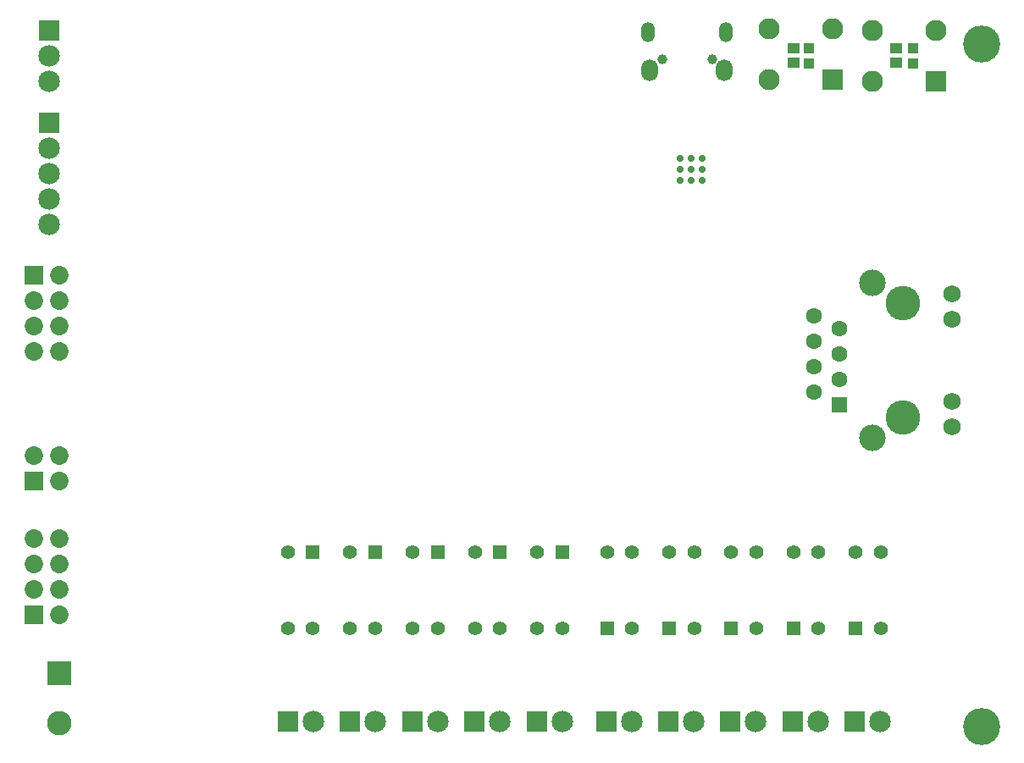
<source format=gbs>
G04*
G04 #@! TF.GenerationSoftware,Altium Limited,Altium Designer,22.11.1 (43)*
G04*
G04 Layer_Color=16711935*
%FSLAX44Y44*%
%MOMM*%
G71*
G04*
G04 #@! TF.SameCoordinates,FD04806B-1D24-4FBA-9A3E-9282C7D3C049*
G04*
G04*
G04 #@! TF.FilePolarity,Negative*
G04*
G01*
G75*
%ADD56R,1.0032X1.0032*%
%ADD87R,1.1532X1.0032*%
%ADD91C,2.1532*%
%ADD92R,2.1532X2.1532*%
%ADD93C,1.4032*%
%ADD94R,1.4032X1.4032*%
%ADD95R,2.1532X2.1532*%
%ADD96C,3.7084*%
%ADD97R,2.1082X2.1082*%
%ADD98C,2.1082*%
%ADD99R,1.6012X1.6012*%
%ADD100C,1.6012*%
%ADD101C,1.7332*%
%ADD102C,3.4532*%
%ADD103C,2.6482*%
%ADD104R,2.4532X2.4532*%
%ADD105C,2.4532*%
%ADD106C,1.8532*%
%ADD107R,1.8532X1.8532*%
%ADD108O,1.6532X2.2032*%
%ADD109O,1.3532X2.0032*%
%ADD110C,1.0032*%
%ADD111C,0.7032*%
D56*
X1050290Y1220590D02*
D03*
Y1235590D02*
D03*
X1154430Y1220101D02*
D03*
Y1235101D02*
D03*
D87*
X1035050Y1235090D02*
D03*
Y1221090D02*
D03*
X1137920Y1235090D02*
D03*
Y1221090D02*
D03*
D91*
X290830Y1202690D02*
D03*
Y1228090D02*
D03*
Y1059180D02*
D03*
Y1084580D02*
D03*
Y1135380D02*
D03*
Y1109980D02*
D03*
X803910Y562610D02*
D03*
X741680D02*
D03*
X679450D02*
D03*
X617220D02*
D03*
X554990D02*
D03*
X1059498D02*
D03*
X997585D02*
D03*
X1121410D02*
D03*
X935673D02*
D03*
X873760D02*
D03*
D92*
X290830Y1253490D02*
D03*
Y1160780D02*
D03*
D93*
X591920Y655320D02*
D03*
X616920D02*
D03*
X591920Y731520D02*
D03*
X529590D02*
D03*
X554590Y655320D02*
D03*
X529590D02*
D03*
X1122280D02*
D03*
X1097280Y731520D02*
D03*
X1122280D02*
D03*
X1060150Y655320D02*
D03*
X1035150Y731520D02*
D03*
X1060150D02*
D03*
X998020Y655320D02*
D03*
X973020Y731520D02*
D03*
X998020D02*
D03*
X935890Y655320D02*
D03*
X910890Y731520D02*
D03*
X935890D02*
D03*
X873760Y655320D02*
D03*
X848760Y731520D02*
D03*
X873760D02*
D03*
X778910D02*
D03*
X803910Y655320D02*
D03*
X778910D02*
D03*
X716580Y731520D02*
D03*
X741580Y655320D02*
D03*
X716580D02*
D03*
X654250Y731520D02*
D03*
X679250Y655320D02*
D03*
X654250D02*
D03*
D94*
X616920Y731520D02*
D03*
X554590D02*
D03*
X1097280Y655320D02*
D03*
X1035150D02*
D03*
X973020D02*
D03*
X910890D02*
D03*
X848760D02*
D03*
X803910Y731520D02*
D03*
X741580D02*
D03*
X679250D02*
D03*
D95*
X778510Y562610D02*
D03*
X716280D02*
D03*
X654050D02*
D03*
X591820D02*
D03*
X529590D02*
D03*
X1034098D02*
D03*
X972185D02*
D03*
X1096010D02*
D03*
X910273D02*
D03*
X848360D02*
D03*
D96*
X1223010Y1239520D02*
D03*
Y557530D02*
D03*
D97*
X1177290Y1202690D02*
D03*
X1074420Y1203960D02*
D03*
D98*
X1113790Y1253490D02*
D03*
Y1202690D02*
D03*
X1177290Y1253490D02*
D03*
X1010920Y1254760D02*
D03*
Y1203960D02*
D03*
X1074420Y1254760D02*
D03*
D99*
X1080790Y878770D02*
D03*
D100*
X1055390Y891470D02*
D03*
X1080790Y904170D02*
D03*
X1055390Y916870D02*
D03*
X1080790Y929570D02*
D03*
X1055390Y942270D02*
D03*
X1080790Y954970D02*
D03*
X1055390Y967670D02*
D03*
D101*
X1193290Y857020D02*
D03*
Y882420D02*
D03*
Y989520D02*
D03*
Y964120D02*
D03*
D102*
X1144290Y980420D02*
D03*
Y866120D02*
D03*
D103*
X1113790Y1000720D02*
D03*
Y845820D02*
D03*
D104*
X300990Y610470D02*
D03*
D105*
Y560470D02*
D03*
D106*
X300990Y828040D02*
D03*
X275590D02*
D03*
X300990Y802640D02*
D03*
Y694690D02*
D03*
X275590D02*
D03*
X300990Y669290D02*
D03*
X275590Y720090D02*
D03*
Y745490D02*
D03*
X300990Y720090D02*
D03*
Y745490D02*
D03*
Y932180D02*
D03*
Y957580D02*
D03*
X275590Y932180D02*
D03*
Y957580D02*
D03*
X300990Y1008380D02*
D03*
X275590Y982980D02*
D03*
X300990D02*
D03*
D107*
X275590Y802640D02*
D03*
Y669290D02*
D03*
Y1008380D02*
D03*
D108*
X966048Y1213796D02*
D03*
X891548D02*
D03*
D109*
X967548Y1251796D02*
D03*
X890048D02*
D03*
D110*
X903798Y1224296D02*
D03*
X953798D02*
D03*
D111*
X932688Y1114526D02*
D03*
Y1125526D02*
D03*
Y1103526D02*
D03*
X921688Y1114526D02*
D03*
Y1125526D02*
D03*
X943688Y1114526D02*
D03*
Y1125526D02*
D03*
X921688Y1103526D02*
D03*
X943688D02*
D03*
M02*

</source>
